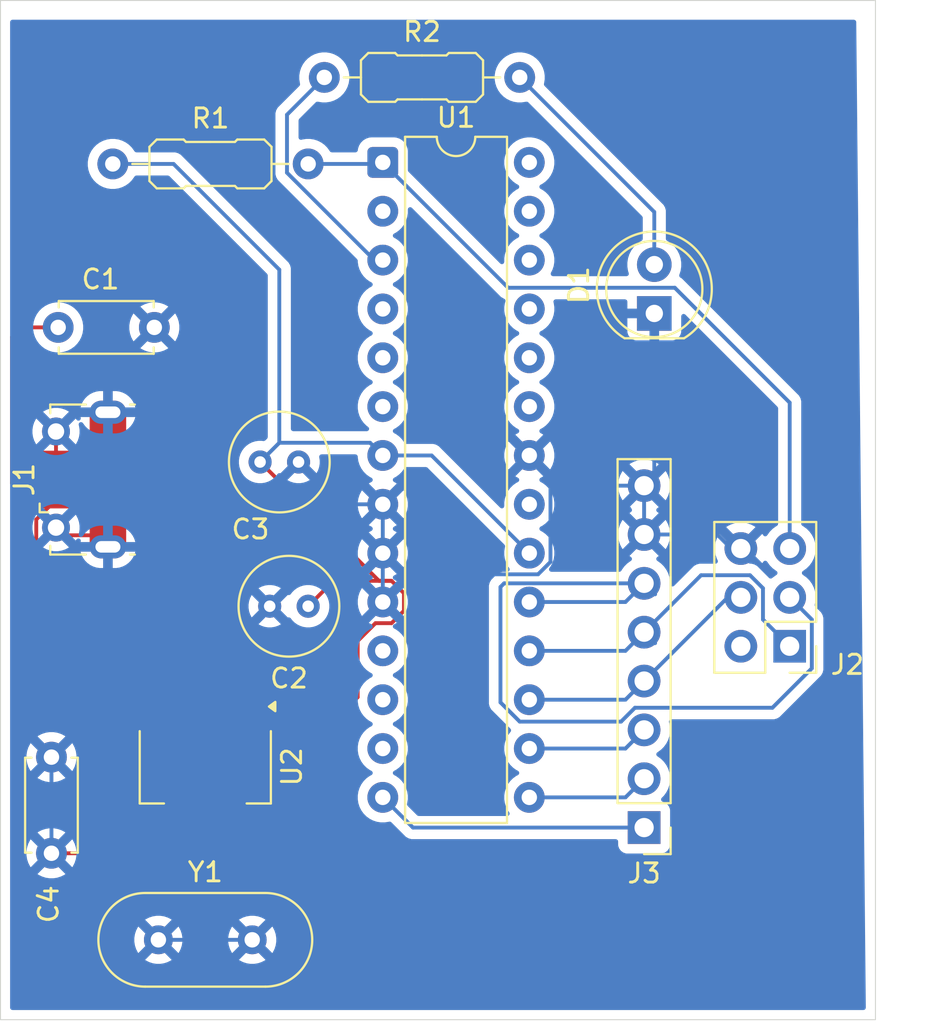
<source format=kicad_pcb>
(kicad_pcb (version 20241229) (generator "pcbnew") (generator_version "9.0")
  (layers (0 "F.Cu" signal) (2 "B.Cu" signal) (13 "F.Paste" user) (15 "B.Paste" user) (5 "F.SilkS" user "F.Silkscreen") (7 "B.SilkS" user "B.Silkscreen") (1 "F.Mask" user) (3 "B.Mask" user) (25 "Edge.Cuts" user))
  (net 0 "")
  (net 1 "GND")
  (net 2 "Net-(J1-VBUS)")
  (net 3 "+5C")
  (net 4 "Net-(D1-Pad2)")
  (net 8 "Net-(J2-Pin_5)")
  (net 9 "Net-(J2-Pin_3)")
  (net 10 "Net-(J2-Pin_4)")
  (net 11 "Net-(J2-Pin_1)")
  (net 12 "+5V")
  (net 13 "Net-(J3-Pin_3)")
  (net 14 "Net-(J3-Pin_1)")
  (net 15 "Net-(J3-Pin_2)")
  (net 16 "Net-(U1-PD1)")
  (footprint "LED_THT:LED_D5.0mm" (layer "F.Cu") (at 144 88.775 90)
    (property "Reference" "D1" (at 1.47 -3.92 90) (layer "F.SilkS"))
    (property "Value" "LED")
    (fp_line (start -1.29 -1.545) (end -1.29 1.545) (stroke (width 0.12)) (layer "F.SilkS"))
    (fp_arc (start -1.29 -1.54483) (mid 2.071779 -2.880495) (end 4.26 0) (stroke (width 0.12)) (layer "F.SilkS"))
    (fp_arc (start 4.26 0) (mid 2.071779 2.880495) (end -1.29 1.54483) (stroke (width 0.12)) (layer "F.SilkS"))
    (fp_circle (center 1.27 0) (end 3.77 0) (stroke (width 0.12)) (fill no) (layer "F.SilkS"))
    (pad "1" thru_hole rect (at 0 0 90) (size 1.8 1.8) (drill 0.9) (layers "*.Cu" "*.Mask") (net 1 "GND"))
    (pad "2" thru_hole circle (at 2.54 0 90) (size 1.8 1.8) (drill 0.9) (layers "*.Cu" "*.Mask") (net 4 "Net-(D1-Pad2)"))
  )
  (footprint "Package_TO_SOT_SMD:SOT-223-3_TabPin2" (layer "F.Cu") (at 120.651 112.347033 -90)
    (property "Reference" "U2" (at 0 -4.5 90) (layer "F.SilkS"))
    (property "Value" "AMS1117-5.0")
    (fp_line (start -1.85 3.41) (end 1.91 3.41) (stroke (width 0.12)) (layer "F.SilkS"))
    (fp_line (start 1.91 3.41) (end 1.91 2.15) (stroke (width 0.12)) (layer "F.SilkS"))
    (fp_line (start -1.85 -3.41) (end 1.91 -3.41) (stroke (width 0.12)) (layer "F.SilkS"))
    (fp_line (start 1.91 -3.41) (end 1.91 -2.15) (stroke (width 0.12)) (layer "F.SilkS"))
    (fp_poly (pts (xy -3.13 -3.31) (xy -3.37 -3.64) (xy -2.89 -3.64) (xy -3.13 -3.31)) (stroke (width 0.12)) (fill yes) (layer "F.SilkS"))
    (pad "1" smd roundrect (at -3.15 -2.3 270) (size 2 1.5) (layers "F.Cu" "F.Mask" "F.Paste") (net 1 "GND"))
    (pad "2" smd roundrect (at -3.15 0 270) (size 2 1.5) (layers "F.Cu" "F.Mask" "F.Paste") (net 3 "+5C"))
    (pad "2" smd roundrect (at 3.15 0 270) (size 2 3.8) (layers "F.Cu" "F.Mask" "F.Paste") (net 3 "+5C"))
    (pad "3" smd roundrect (at -3.15 2.3 270) (size 2 1.5) (layers "F.Cu" "F.Mask" "F.Paste") (net 2 "Net-(J1-VBUS)"))
  )
  (footprint "Package_DIP:DIP-28_W7.62mm" (layer "F.Cu") (at 129.88 80.92)
    (property "Reference" "U1" (at 3.81 -2.33 0) (layer "F.SilkS"))
    (property "Value" "ATmega328P-P")
    (fp_line (start 1.16 -1.33) (end 1.16 34.35) (stroke (width 0.12)) (layer "F.SilkS"))
    (fp_line (start 1.16 34.35) (end 6.46 34.35) (stroke (width 0.12)) (layer "F.SilkS"))
    (fp_line (start 2.81 -1.33) (end 1.16 -1.33) (stroke (width 0.12)) (layer "F.SilkS"))
    (fp_line (start 6.46 -1.33) (end 4.81 -1.33) (stroke (width 0.12)) (layer "F.SilkS"))
    (fp_line (start 6.46 34.35) (end 6.46 -1.33) (stroke (width 0.12)) (layer "F.SilkS"))
    (fp_arc (start 4.81 -1.33) (mid 3.81 -0.33) (end 2.81 -1.33) (stroke (width 0.12)) (layer "F.SilkS"))
    (pad "1" thru_hole roundrect (at 0 0) (size 1.6 1.6) (drill 0.8) (layers "*.Cu" "*.Mask") (roundrect_rratio 0.15625) (net 8 "Net-(J2-Pin_5)"))
    (pad "2" thru_hole circle (at 0 2.54) (size 1.6 1.6) (drill 0.8) (layers "*.Cu" "*.Mask"))
    (pad "3" thru_hole circle (at 0 5.08) (size 1.6 1.6) (drill 0.8) (layers "*.Cu" "*.Mask") (net 16 "Net-(U1-PD1)"))
    (pad "4" thru_hole circle (at 0 7.62) (size 1.6 1.6) (drill 0.8) (layers "*.Cu" "*.Mask"))
    (pad "5" thru_hole circle (at 0 10.16) (size 1.6 1.6) (drill 0.8) (layers "*.Cu" "*.Mask"))
    (pad "6" thru_hole circle (at 0 12.7) (size 1.6 1.6) (drill 0.8) (layers "*.Cu" "*.Mask"))
    (pad "7" thru_hole circle (at 0 15.24) (size 1.6 1.6) (drill 0.8) (layers "*.Cu" "*.Mask") (net 3 "+5C"))
    (pad "8" thru_hole circle (at 0 17.78) (size 1.6 1.6) (drill 0.8) (layers "*.Cu" "*.Mask") (net 1 "GND"))
    (pad "9" thru_hole circle (at 0 20.32) (size 1.6 1.6) (drill 0.8) (layers "*.Cu" "*.Mask") (net 1 "GND"))
    (pad "10" thru_hole circle (at 0 22.86) (size 1.6 1.6) (drill 0.8) (layers "*.Cu" "*.Mask") (net 1 "GND"))
    (pad "11" thru_hole circle (at 0 25.4) (size 1.6 1.6) (drill 0.8) (layers "*.Cu" "*.Mask"))
    (pad "12" thru_hole circle (at 0 27.94) (size 1.6 1.6) (drill 0.8) (layers "*.Cu" "*.Mask"))
    (pad "13" thru_hole circle (at 0 30.48) (size 1.6 1.6) (drill 0.8) (layers "*.Cu" "*.Mask"))
    (pad "14" thru_hole circle (at 0 33.02) (size 1.6 1.6) (drill 0.8) (layers "*.Cu" "*.Mask") (net 14 "Net-(J3-Pin_1)"))
    (pad "15" thru_hole circle (at 7.62 33.02) (size 1.6 1.6) (drill 0.8) (layers "*.Cu" "*.Mask") (net 15 "Net-(J3-Pin_2)"))
    (pad "16" thru_hole circle (at 7.62 30.48) (size 1.6 1.6) (drill 0.8) (layers "*.Cu" "*.Mask") (net 13 "Net-(J3-Pin_3)"))
    (pad "17" thru_hole circle (at 7.62 27.94) (size 1.6 1.6) (drill 0.8) (layers "*.Cu" "*.Mask") (net 10 "Net-(J2-Pin_4)"))
    (pad "18" thru_hole circle (at 7.62 25.4) (size 1.6 1.6) (drill 0.8) (layers "*.Cu" "*.Mask") (net 11 "Net-(J2-Pin_1)"))
    (pad "19" thru_hole circle (at 7.62 22.86) (size 1.6 1.6) (drill 0.8) (layers "*.Cu" "*.Mask") (net 9 "Net-(J2-Pin_3)"))
    (pad "20" thru_hole circle (at 7.62 20.32) (size 1.6 1.6) (drill 0.8) (layers "*.Cu" "*.Mask") (net 3 "+5C"))
    (pad "21" thru_hole circle (at 7.62 17.78) (size 1.6 1.6) (drill 0.8) (layers "*.Cu" "*.Mask"))
    (pad "22" thru_hole circle (at 7.62 15.24) (size 1.6 1.6) (drill 0.8) (layers "*.Cu" "*.Mask") (net 1 "GND"))
    (pad "23" thru_hole circle (at 7.62 12.7) (size 1.6 1.6) (drill 0.8) (layers "*.Cu" "*.Mask"))
    (pad "24" thru_hole circle (at 7.62 10.16) (size 1.6 1.6) (drill 0.8) (layers "*.Cu" "*.Mask"))
    (pad "25" thru_hole circle (at 7.62 7.62) (size 1.6 1.6) (drill 0.8) (layers "*.Cu" "*.Mask"))
    (pad "26" thru_hole circle (at 7.62 5.08) (size 1.6 1.6) (drill 0.8) (layers "*.Cu" "*.Mask"))
    (pad "27" thru_hole circle (at 7.62 2.54) (size 1.6 1.6) (drill 0.8) (layers "*.Cu" "*.Mask"))
    (pad "28" thru_hole circle (at 7.62 0) (size 1.6 1.6) (drill 0.8) (layers "*.Cu" "*.Mask"))
  )
  (footprint "Capacitor_THT:C_Radial_D5.0mm_H7.0mm_P2.00mm" (layer "F.Cu") (at 125.5 96.5 180)
    (property "Reference" "C3" (at 2.5 -3.5 0) (layer "F.SilkS"))
    (property "Value" "C")
    (fp_circle (center 1 0) (end 3.62 0) (stroke (width 0.12)) (fill no) (layer "F.SilkS"))
    (pad "1" thru_hole circle (at 0 0 180) (size 1.2 1.2) (drill 0.6) (layers "*.Cu" "*.Mask") (net 1 "GND"))
    (pad "2" thru_hole circle (at 2 0 180) (size 1.2 1.2) (drill 0.6) (layers "*.Cu" "*.Mask") (net 3 "+5C"))
  )
  (footprint "Capacitor_THT:C_Disc_D4.7mm_W2.5mm_P5.00mm" (layer "F.Cu") (at 112.651 116.847033 90)
    (property "Reference" "C4" (at -2.652967 -0.151 90) (layer "F.SilkS"))
    (property "Value" "C5")
    (fp_line (start 4.97 -1.37) (end 4.97 -1.04) (stroke (width 0.12)) (layer "F.SilkS"))
    (fp_line (start 0.03 -1.37) (end 4.97 -1.37) (stroke (width 0.12)) (layer "F.SilkS"))
    (fp_line (start 0.03 -1.04) (end 0.03 -1.37) (stroke (width 0.12)) (layer "F.SilkS"))
    (fp_line (start 4.97 1.04) (end 4.97 1.37) (stroke (width 0.12)) (layer "F.SilkS"))
    (fp_line (start 4.97 1.37) (end 0.03 1.37) (stroke (width 0.12)) (layer "F.SilkS"))
    (fp_line (start 0.03 1.37) (end 0.03 1.04) (stroke (width 0.12)) (layer "F.SilkS"))
    (pad "1" thru_hole circle (at 0 0 90) (size 1.6 1.6) (drill 0.8) (layers "*.Cu" "*.Mask") (net 1 "GND"))
    (pad "2" thru_hole circle (at 5 0 90) (size 1.6 1.6) (drill 0.8) (layers "*.Cu" "*.Mask") (net 1 "GND"))
  )
  (footprint "Connector_PinHeader_2.54mm:PinHeader_2x03_P2.54mm_Vertical" (layer "F.Cu") (at 151.04 106.08 180)
    (property "Reference" "J2" (at -3 -0.96 0) (layer "F.SilkS"))
    (property "Value" "Conn_02x03_Odd_Even")
    (fp_line (start 3.92 -1.38) (end 3.92 6.46) (stroke (width 0.12)) (layer "F.SilkS"))
    (fp_line (start 1.27 1.27) (end 1.27 -1.38) (stroke (width 0.12)) (layer "F.SilkS"))
    (fp_line (start 1.27 -1.38) (end 3.92 -1.38) (stroke (width 0.12)) (layer "F.SilkS"))
    (fp_line (start -1.38 6.46) (end 3.92 6.46) (stroke (width 0.12)) (layer "F.SilkS"))
    (fp_line (start -1.38 1.27) (end 1.27 1.27) (stroke (width 0.12)) (layer "F.SilkS"))
    (fp_line (start -1.38 1.27) (end -1.38 6.46) (stroke (width 0.12)) (layer "F.SilkS"))
    (fp_line (start -1.38 0) (end -1.38 -1.38) (stroke (width 0.12)) (layer "F.SilkS"))
    (fp_line (start -1.38 -1.38) (end 0 -1.38) (stroke (width 0.12)) (layer "F.SilkS"))
    (pad "1" thru_hole rect (at 0 0 180) (size 1.7 1.7) (drill 1) (layers "*.Cu" "*.Mask") (net 11 "Net-(J2-Pin_1)"))
    (pad "2" thru_hole circle (at 2.54 0 180) (size 1.7 1.7) (drill 1) (layers "*.Cu" "*.Mask") (net 12 "+5V"))
    (pad "3" thru_hole circle (at 0 2.54 180) (size 1.7 1.7) (drill 1) (layers "*.Cu" "*.Mask") (net 9 "Net-(J2-Pin_3)"))
    (pad "4" thru_hole circle (at 2.54 2.54 180) (size 1.7 1.7) (drill 1) (layers "*.Cu" "*.Mask") (net 10 "Net-(J2-Pin_4)"))
    (pad "5" thru_hole circle (at 0 5.08 180) (size 1.7 1.7) (drill 1) (layers "*.Cu" "*.Mask") (net 8 "Net-(J2-Pin_5)"))
    (pad "6" thru_hole circle (at 2.54 5.08 180) (size 1.7 1.7) (drill 1) (layers "*.Cu" "*.Mask") (net 1 "GND"))
  )
  (footprint "PCM_Resistor_THT_AKL:R_Axial_DIN0207_L6.3mm_D2.5mm_P10.16mm_Horizontal" (layer "F.Cu") (at 126.84 76.5)
    (property "Reference" "R2" (at 5.08 -2.37 0) (layer "F.SilkS"))
    (property "Value" "R" (hide yes))
    (fp_line (start 1.905 -0.889) (end 1.905 0.889) (stroke (width 0.12)) (layer "F.SilkS"))
    (fp_line (start 1.905 -0.889) (end 2.286 -1.27) (stroke (width 0.12)) (layer "F.SilkS"))
    (fp_line (start 1.905 0) (end 1.016 0) (stroke (width 0.12)) (layer "F.SilkS"))
    (fp_line (start 1.905 0.889) (end 2.286 1.27) (stroke (width 0.12)) (layer "F.SilkS"))
    (fp_line (start 2.286 -1.27) (end 3.683 -1.27) (stroke (width 0.12)) (layer "F.SilkS"))
    (fp_line (start 2.286 1.27) (end 3.683 1.27) (stroke (width 0.12)) (layer "F.SilkS"))
    (fp_line (start 3.683 -1.27) (end 3.81 -1.143) (stroke (width 0.12)) (layer "F.SilkS"))
    (fp_line (start 3.683 1.27) (end 3.81 1.143) (stroke (width 0.12)) (layer "F.SilkS"))
    (fp_line (start 3.81 -1.143) (end 5.08 -1.143) (stroke (width 0.12)) (layer "F.SilkS"))
    (fp_line (start 3.81 1.143) (end 5.08 1.143) (stroke (width 0.12)) (layer "F.SilkS"))
    (fp_line (start 6.35 -1.143) (end 5.08 -1.143) (stroke (width 0.12)) (layer "F.SilkS"))
    (fp_line (start 6.35 1.143) (end 5.08 1.143) (stroke (width 0.12)) (layer "F.SilkS"))
    (fp_line (start 6.477 -1.27) (end 6.35 -1.143) (stroke (width 0.12)) (layer "F.SilkS"))
    (fp_line (start 6.477 1.27) (end 6.35 1.143) (stroke (width 0.12)) (layer "F.SilkS"))
    (fp_line (start 7.874 -1.27) (end 6.477 -1.27) (stroke (width 0.12)) (layer "F.SilkS"))
    (fp_line (start 7.874 1.27) (end 6.477 1.27) (stroke (width 0.12)) (layer "F.SilkS"))
    (fp_line (start 8.255 -0.889) (end 7.874 -1.27) (stroke (width 0.12)) (layer "F.SilkS"))
    (fp_line (start 8.255 -0.889) (end 8.255 0.889) (stroke (width 0.12)) (layer "F.SilkS"))
    (fp_line (start 8.255 0) (end 9.144 0) (stroke (width 0.12)) (layer "F.SilkS"))
    (fp_line (start 8.255 0.889) (end 7.874 1.27) (stroke (width 0.12)) (layer "F.SilkS"))
    (pad "1" thru_hole circle (at 0 0) (size 1.6 1.6) (drill 0.8) (layers "*.Cu" "*.Mask") (net 16 "Net-(U1-PD1)"))
    (pad "2" thru_hole oval (at 10.16 0) (size 1.6 1.6) (drill 0.8) (layers "*.Cu" "*.Mask") (net 4 "Net-(D1-Pad2)"))
  )
  (footprint "Crystal:Crystal_HC49-U_Vertical" (layer "F.Cu") (at 118.211 121.347033)
    (property "Reference" "Y1" (at 2.44 -3.52 0) (layer "F.SilkS"))
    (property "Value" "Crystal")
    (fp_line (start -0.685 -2.435) (end 5.565 -2.435) (stroke (width 0.12)) (layer "F.SilkS"))
    (fp_line (start 5.565 2.435) (end -0.685 2.435) (stroke (width 0.12)) (layer "F.SilkS"))
    (fp_arc (start -0.685 2.435) (mid -3.12 0) (end -0.685 -2.435) (stroke (width 0.12)) (layer "F.SilkS"))
    (fp_arc (start 5.565 -2.435) (mid 8 0) (end 5.565 2.435) (stroke (width 0.12)) (layer "F.SilkS"))
    (pad "1" thru_hole circle (at 0 0) (size 1.5 1.5) (drill 0.8) (layers "*.Cu" "*.Mask") (net 1 "GND"))
    (pad "2" thru_hole circle (at 4.88 0) (size 1.5 1.5) (drill 0.8) (layers "*.Cu" "*.Mask") (net 1 "GND"))
  )
  (footprint "PCM_Resistor_THT_AKL:R_Axial_DIN0207_L6.3mm_D2.5mm_P10.16mm_Horizontal" (layer "F.Cu") (at 115.84 81)
    (property "Reference" "R1" (at 5.08 -2.37 0) (layer "F.SilkS"))
    (property "Value" "R" (hide yes))
    (fp_line (start 1.905 -0.889) (end 1.905 0.889) (stroke (width 0.12)) (layer "F.SilkS"))
    (fp_line (start 1.905 -0.889) (end 2.286 -1.27) (stroke (width 0.12)) (layer "F.SilkS"))
    (fp_line (start 1.905 0) (end 1.016 0) (stroke (width 0.12)) (layer "F.SilkS"))
    (fp_line (start 1.905 0.889) (end 2.286 1.27) (stroke (width 0.12)) (layer "F.SilkS"))
    (fp_line (start 2.286 -1.27) (end 3.683 -1.27) (stroke (width 0.12)) (layer "F.SilkS"))
    (fp_line (start 2.286 1.27) (end 3.683 1.27) (stroke (width 0.12)) (layer "F.SilkS"))
    (fp_line (start 3.683 -1.27) (end 3.81 -1.143) (stroke (width 0.12)) (layer "F.SilkS"))
    (fp_line (start 3.683 1.27) (end 3.81 1.143) (stroke (width 0.12)) (layer "F.SilkS"))
    (fp_line (start 3.81 -1.143) (end 5.08 -1.143) (stroke (width 0.12)) (layer "F.SilkS"))
    (fp_line (start 3.81 1.143) (end 5.08 1.143) (stroke (width 0.12)) (layer "F.SilkS"))
    (fp_line (start 6.35 -1.143) (end 5.08 -1.143) (stroke (width 0.12)) (layer "F.SilkS"))
    (fp_line (start 6.35 1.143) (end 5.08 1.143) (stroke (width 0.12)) (layer "F.SilkS"))
    (fp_line (start 6.477 -1.27) (end 6.35 -1.143) (stroke (width 0.12)) (layer "F.SilkS"))
    (fp_line (start 6.477 1.27) (end 6.35 1.143) (stroke (width 0.12)) (layer "F.SilkS"))
    (fp_line (start 7.874 -1.27) (end 6.477 -1.27) (stroke (width 0.12)) (layer "F.SilkS"))
    (fp_line (start 7.874 1.27) (end 6.477 1.27) (stroke (width 0.12)) (layer "F.SilkS"))
    (fp_line (start 8.255 -0.889) (end 7.874 -1.27) (stroke (width 0.12)) (layer "F.SilkS"))
    (fp_line (start 8.255 -0.889) (end 8.255 0.889) (stroke (width 0.12)) (layer "F.SilkS"))
    (fp_line (start 8.255 0) (end 9.144 0) (stroke (width 0.12)) (layer "F.SilkS"))
    (fp_line (start 8.255 0.889) (end 7.874 1.27) (stroke (width 0.12)) (layer "F.SilkS"))
    (pad "1" thru_hole circle (at 0 0) (size 1.6 1.6) (drill 0.8) (layers "*.Cu" "*.Mask") (net 3 "+5C"))
    (pad "2" thru_hole oval (at 10.16 0) (size 1.6 1.6) (drill 0.8) (layers "*.Cu" "*.Mask") (net 8 "Net-(J2-Pin_5)"))
  )
  (footprint "Connector_PinHeader_2.54mm:PinHeader_1x08_P2.54mm_Vertical" (layer "F.Cu") (at 143.47 115.51 180)
    (property "Reference" "J3" (at 0 -2.38 0) (layer "F.SilkS"))
    (property "Value" "Conn_01x08")
    (fp_line (start 1.38 1.27) (end 1.38 19.16) (stroke (width 0.12)) (layer "F.SilkS"))
    (fp_line (start -1.38 19.16) (end 1.38 19.16) (stroke (width 0.12)) (layer "F.SilkS"))
    (fp_line (start -1.38 1.27) (end 1.38 1.27) (stroke (width 0.12)) (layer "F.SilkS"))
    (fp_line (start -1.38 1.27) (end -1.38 19.16) (stroke (width 0.12)) (layer "F.SilkS"))
    (fp_line (start -1.38 0) (end -1.38 -1.38) (stroke (width 0.12)) (layer "F.SilkS"))
    (fp_line (start -1.38 -1.38) (end 0 -1.38) (stroke (width 0.12)) (layer "F.SilkS"))
    (pad "1" thru_hole rect (at 0 0 180) (size 1.7 1.7) (drill 1) (layers "*.Cu" "*.Mask") (net 14 "Net-(J3-Pin_1)"))
    (pad "2" thru_hole circle (at 0 2.54 180) (size 1.7 1.7) (drill 1) (layers "*.Cu" "*.Mask") (net 15 "Net-(J3-Pin_2)"))
    (pad "3" thru_hole circle (at 0 5.08 180) (size 1.7 1.7) (drill 1) (layers "*.Cu" "*.Mask") (net 13 "Net-(J3-Pin_3)"))
    (pad "4" thru_hole circle (at 0 7.62 180) (size 1.7 1.7) (drill 1) (layers "*.Cu" "*.Mask") (net 10 "Net-(J2-Pin_4)"))
    (pad "5" thru_hole circle (at 0 10.16 180) (size 1.7 1.7) (drill 1) (layers "*.Cu" "*.Mask") (net 11 "Net-(J2-Pin_1)"))
    (pad "6" thru_hole circle (at 0 12.7 180) (size 1.7 1.7) (drill 1) (layers "*.Cu" "*.Mask") (net 9 "Net-(J2-Pin_3)"))
    (pad "7" thru_hole circle (at 0 15.24 180) (size 1.7 1.7) (drill 1) (layers "*.Cu" "*.Mask") (net 1 "GND"))
    (pad "8" thru_hole circle (at 0 17.78 180) (size 1.7 1.7) (drill 1) (layers "*.Cu" "*.Mask") (net 1 "GND"))
  )
  (footprint "Capacitor_THT:C_Disc_D4.7mm_W2.5mm_P5.00mm" (layer "F.Cu") (at 113 89.5)
    (property "Reference" "C1" (at 2.2 -2.5 0) (layer "F.SilkS"))
    (property "Value" "C_Small")
    (fp_line (start 0.03 -1.37) (end 4.97 -1.37) (stroke (width 0.12)) (layer "F.SilkS"))
    (fp_line (start 0.03 -1.04) (end 0.03 -1.37) (stroke (width 0.12)) (layer "F.SilkS"))
    (fp_line (start 0.03 1.37) (end 0.03 1.04) (stroke (width 0.12)) (layer "F.SilkS"))
    (fp_line (start 4.97 -1.37) (end 4.97 -1.04) (stroke (width 0.12)) (layer "F.SilkS"))
    (fp_line (start 4.97 1.04) (end 4.97 1.37) (stroke (width 0.12)) (layer "F.SilkS"))
    (fp_line (start 4.97 1.37) (end 0.03 1.37) (stroke (width 0.12)) (layer "F.SilkS"))
    (pad "1" thru_hole circle (at 0 0) (size 1.6 1.6) (drill 0.8) (layers "*.Cu" "*.Mask") (net 2 "Net-(J1-VBUS)"))
    (pad "2" thru_hole circle (at 5 0) (size 1.6 1.6) (drill 0.8) (layers "*.Cu" "*.Mask") (net 1 "GND"))
  )
  (footprint "Capacitor_THT:C_Radial_D5.0mm_H7.0mm_P2.00mm" (layer "F.Cu") (at 126 104 180)
    (property "Reference" "C2" (at 1 -3.75 0) (layer "F.SilkS"))
    (property "Value" "C")
    (fp_circle (center 1 0) (end 3.62 0) (stroke (width 0.12)) (fill no) (layer "F.SilkS"))
    (pad "1" thru_hole circle (at 0 0 180) (size 1.2 1.2) (drill 0.6) (layers "*.Cu" "*.Mask") (net 3 "+5C"))
    (pad "2" thru_hole circle (at 2 0 180) (size 1.2 1.2) (drill 0.6) (layers "*.Cu" "*.Mask") (net 1 "GND"))
  )
  (footprint "Connector_USB:USB_Micro-B_Molex-105017-0001" (layer "F.Cu") (at 114.35 97.4125 90)
    (property "Reference" "J1" (at 0 -3.1125 90) (layer "F.SilkS"))
    (property "Value" "USB_B_Micro")
    (fp_line (start -1.7 -2.3125) (end -1.25 -2.3125) (stroke (width 0.12)) (layer "F.SilkS"))
    (fp_line (start -1.7 -2.3125) (end -1.7 -1.8625) (stroke (width 0.12)) (layer "F.SilkS"))
    (fp_line (start 3.9 -1.7625) (end 3.45 -1.7625) (stroke (width 0.12)) (layer "F.SilkS"))
    (fp_line (start -3.9 -1.7625) (end -3.45 -1.7625) (stroke (width 0.12)) (layer "F.SilkS"))
    (fp_line (start 3.9 0.0875) (end 3.9 -1.7625) (stroke (width 0.12)) (layer "F.SilkS"))
    (fp_line (start -3.9 0.0875) (end -3.9 -1.7625) (stroke (width 0.12)) (layer "F.SilkS"))
    (fp_line (start 3.9 2.6375) (end 3.9 2.3875) (stroke (width 0.12)) (layer "F.SilkS"))
    (fp_line (start -3.9 2.6375) (end -3.9 2.3875) (stroke (width 0.12)) (layer "F.SilkS"))
    (pad "1" smd rect (at -1.3 -1.4625 90) (size 0.4 1.35) (layers "F.Cu" "F.Mask" "F.Paste") (net 2 "Net-(J1-VBUS)"))
    (pad "2" smd rect (at -0.65 -1.4625 90) (size 0.4 1.35) (layers "F.Cu" "F.Mask" "F.Paste"))
    (pad "3" smd rect (at 0 -1.4625 90) (size 0.4 1.35) (layers "F.Cu" "F.Mask" "F.Paste"))
    (pad "4" smd rect (at 0.65 -1.4625 90) (size 0.4 1.35) (layers "F.Cu" "F.Mask" "F.Paste"))
    (pad "5" smd rect (at 1.3 -1.4625 90) (size 0.4 1.35) (layers "F.Cu" "F.Mask" "F.Paste") (net 1 "GND"))
    (pad "6" thru_hole oval (at -3.5 1.2375 270) (size 1.2 1.9) (drill oval 0.6 1.3) (property pad_prop_heatsink) (layers "*.Cu" "*.Mask") (net 1 "GND"))
    (pad "6" smd rect (at -2.9 1.2375 90) (size 1.2 1.9) (layers "F.Cu" "F.Mask") (net 1 "GND"))
    (pad "6" thru_hole circle (at -2.5 -1.4625 90) (size 1.45 1.45) (drill 0.85) (property pad_prop_heatsink) (layers "*.Cu" "*.Mask") (net 1 "GND"))
    (pad "6" smd rect (at -1 1.2375 90) (size 1.5 1.9) (layers "F.Cu" "F.Mask" "F.Paste") (net 1 "GND"))
    (pad "6" smd rect (at 1 1.2375 90) (size 1.5 1.9) (layers "F.Cu" "F.Mask" "F.Paste") (net 1 "GND"))
    (pad "6" thru_hole circle (at 2.5 -1.4625 90) (size 1.45 1.45) (drill 0.85) (property pad_prop_heatsink) (layers "*.Cu" "*.Mask") (net 1 "GND"))
    (pad "6" smd rect (at 2.9 1.2375 90) (size 1.2 1.9) (layers "F.Cu" "F.Mask") (net 1 "GND"))
    (pad "6" thru_hole oval (at 3.5 1.2375 90) (size 1.2 1.9) (drill oval 0.6 1.3) (property pad_prop_heatsink) (layers "*.Cu" "*.Mask") (net 1 "GND"))
  )
  (gr_rect (start 110 72.5) (end 155.5 125.5) (stroke (width 0.05)) (fill no) (layer "Edge.Cuts"))
  (segment (start 119.5 108.392025) (end 119.5 113.607975) (width 0.2) (layer "F.Cu") (net 1))
  (segment (start 127.461 109.197033) (end 127.461 106.199) (width 0.2) (layer "F.Cu") (net 1))
  (segment (start 115.5875 96.4125) (end 115.5875 93.9125) (width 0.2) (layer "F.Cu") (net 1))
  (segment (start 119.5 113.607975) (end 118.45 114.657975) (width 0.2) (layer "F.Cu") (net 1))
  (segment (start 115.2875 96.1125) (end 115.5875 96.4125) (width 0.2) (layer "F.Cu") (net 1))
  (segment (start 126.199 106.199) (end 124 104) (width 0.2) (layer "F.Cu") (net 1))
  (segment (start 122.951 109.197033) (end 127.461 109.197033) (width 0.2) (layer "F.Cu") (net 1))
  (segment (start 127.461 106.199) (end 126.199 106.199) (width 0.2) (layer "F.Cu") (net 1))
  (segment (start 119.5 108.392025) (end 115.5875 104.479525) (width 0.2) (layer "F.Cu") (net 1))
  (segment (start 112.8875 96.1125) (end 115.2875 96.1125) (width 0.2) (layer "F.Cu") (net 1))
  (segment (start 121.65 107.896033) (end 119.995992 107.896033) (width 0.2) (layer "F.Cu") (net 1))
  (segment (start 119.995992 107.896033) (end 119.5 108.392025) (width 0.2) (layer "F.Cu") (net 1))
  (segment (start 112.8875 96.1125) (end 112.8875 94.9125) (width 0.2) (layer "F.Cu") (net 1))
  (segment (start 118.45 114.657975) (end 118.45 116.706033) (width 0.2) (layer "F.Cu") (net 1))
  (segment (start 118.45 116.706033) (end 123.091 121.347033) (width 0.2) (layer "F.Cu") (net 1))
  (segment (start 115.5875 100.3125) (end 113.2875 100.3125) (width 0.2) (layer "F.Cu") (net 1))
  (segment (start 122.951 109.197033) (end 121.65 107.896033) (width 0.2) (layer "F.Cu") (net 1))
  (segment (start 113.2875 100.3125) (end 112.8875 99.9125) (width 0.2) (layer "F.Cu") (net 1))
  (segment (start 115.5875 98.4125) (end 115.5875 96.4125) (width 0.2) (layer "F.Cu") (net 1))
  (segment (start 118.45 116.706033) (end 118.309 116.847033) (width 0.2) (layer "F.Cu") (net 1))
  (segment (start 118.309 116.847033) (end 112.651 116.847033) (width 0.2) (layer "F.Cu") (net 1))
  (segment (start 115.5875 104.479525) (end 115.5875 100.9125) (width 0.2) (layer "F.Cu") (net 1))
  (segment (start 127.461 106.199) (end 129.88 103.78) (width 0.2) (layer "F.Cu") (net 1))
  (segment (start 115.5875 98.4125) (end 115.5875 100.9125) (width 0.2) (layer "F.Cu") (net 1))
  (segment (start 115.5875 91.9125) (end 118 89.5) (width 0.2) (layer "B.Cu") (net 1))
  (segment (start 148.5 101) (end 148 101) (width 0.2) (layer "B.Cu") (net 1))
  (segment (start 143.47 100.27) (end 143.47 97.73) (width 0.2) (layer "B.Cu") (net 1))
  (segment (start 137.5 96.16) (end 138.601 97.261) (width 0.2) (layer "B.Cu") (net 1))
  (segment (start 115.5875 93.9125) (end 115.5875 91.9125) (width 0.2) (layer "B.Cu") (net 1))
  (segment (start 129.88 101.24) (end 129.88 98.7) (width 0.2) (layer "B.Cu") (net 1))
  (segment (start 125.5 96.5) (end 127.7 98.7) (width 0.2) (layer "B.Cu") (net 1))
  (segment (start 148 101) (end 147.27 100.27) (width 0.2) (layer "B.Cu") (net 1))
  (segment (start 118.211 121.347033) (end 123.091 121.347033) (width 0.2) (layer "B.Cu") (net 1))
  (segment (start 138.601 97.261) (end 138.601 101.69605) (width 0.2) (layer "B.Cu") (net 1))
  (segment (start 127.7 98.7) (end 129.88 98.7) (width 0.2) (layer "B.Cu") (net 1))
  (segment (start 129.88 103.78) (end 129.88 101.24) (width 0.2) (layer "B.Cu") (net 1))
  (segment (start 133.521 102.341) (end 129.88 98.7) (width 0.2) (layer "B.Cu") (net 1))
  (segment (start 112.651 116.847033) (end 112.651 111.847033) (width 0.2) (layer "B.Cu") (net 1))
  (segment (start 144 88.775) (end 144 97.2) (width 0.2) (layer "B.Cu") (net 1))
  (segment (start 147.27 100.27) (end 143.47 100.27) (width 0.2) (layer "B.Cu") (net 1))
  (segment (start 139.07 97.73) (end 143.47 97.73) (width 0.2) (layer "B.Cu") (net 1))
  (segment (start 144 97.2) (end 143.47 97.73) (width 0.2) (layer "B.Cu") (net 1))
  (segment (start 138.601 101.69605) (end 137.95605 102.341) (width 0.2) (layer "B.Cu") (net 1))
  (segment (start 138.601 97.261) (end 139.07 97.73) (width 0.2) (layer "B.Cu") (net 1))
  (segment (start 137.95605 102.341) (end 133.521 102.341) (width 0.2) (layer "B.Cu") (net 1))
  (segment (start 111.101 89.5) (end 113 89.5) (width 0.2) (layer "F.Cu") (net 2))
  (segment (start 111.8615 103.335517) (end 111.8615 99.487516) (width 0.2) (layer "F.Cu") (net 2))
  (segment (start 112.8875 98.7125) (end 111.7125 98.7125) (width 0.2) (layer "F.Cu") (net 2))
  (segment (start 111.7125 98.7125) (end 110.601 97.601) (width 0.2) (layer "F.Cu") (net 2))
  (segment (start 112.636516 98.7125) (end 112.8875 98.7125) (width 0.2) (layer "F.Cu") (net 2))
  (segment (start 110.601 90) (end 111.101 89.5) (width 0.2) (layer "F.Cu") (net 2))
  (segment (start 111.8615 99.487516) (end 112.636516 98.7125) (width 0.2) (layer "F.Cu") (net 2))
  (segment (start 111.0125 104.184517) (end 111.8615 103.335517) (width 0.2) (layer "F.Cu") (net 2))
  (segment (start 118.351 109.197033) (end 116.025016 109.197033) (width 0.2) (layer "F.Cu") (net 2))
  (segment (start 116.025016 109.197033) (end 111.0125 104.184517) (width 0.2) (layer "F.Cu") (net 2))
  (segment (start 110.601 97.601) (end 110.601 90) (width 0.2) (layer "F.Cu") (net 2))
  (segment (start 129.5 104.881) (end 130.33605 104.881) (width 0.2) (layer "F.Cu") (net 3))
  (segment (start 130.981 103.32395) (end 130.33605 102.679) (width 0.2) (layer "F.Cu") (net 3))
  (segment (start 127.321 102.679) (end 126 104) (width 0.2) (layer "F.Cu") (net 3))
  (segment (start 130.33605 104.881) (end 130.981 104.23605) (width 0.2) (layer "F.Cu") (net 3))
  (segment (start 128.57495 108.728033) (end 128.57495 105.80605) (width 0.2) (layer "F.Cu") (net 3))
  (segment (start 130.33605 102.679) (end 129.679 102.679) (width 0.2) (layer "F.Cu") (net 3))
  (segment (start 129.679 102.679) (end 123.5 96.5) (width 0.2) (layer "F.Cu") (net 3))
  (segment (start 126.80495 110.498033) (end 128.57495 108.728033) (width 0.2) (layer "F.Cu") (net 3))
  (segment (start 130.33605 102.679) (end 127.321 102.679) (width 0.2) (layer "F.Cu") (net 3))
  (segment (start 128.57495 105.80605) (end 129.5 104.881) (width 0.2) (layer "F.Cu") (net 3))
  (segment (start 120.651 109.197033) (end 121.952 110.498033) (width 0.2) (layer "F.Cu") (net 3))
  (segment (start 121.952 110.498033) (end 126.80495 110.498033) (width 0.2) (layer "F.Cu") (net 3))
  (segment (start 130.981 104.23605) (end 130.981 103.32395) (width 0.2) (layer "F.Cu") (net 3))
  (segment (start 120.651 109.197033) (end 120.651 115.497033) (width 0.2) (layer "F.Cu") (net 3))
  (segment (start 119 81) (end 115.84 81) (width 0.2) (layer "B.Cu") (net 3))
  (segment (start 124.5 86.5) (end 124.5 95.5) (width 0.2) (layer "B.Cu") (net 3))
  (segment (start 129.22 95.5) (end 129.88 96.16) (width 0.2) (layer "B.Cu") (net 3))
  (segment (start 123.5 96.5) (end 124.5 95.5) (width 0.2) (layer "B.Cu") (net 3))
  (segment (start 119 81) (end 124.5 86.5) (width 0.2) (layer "B.Cu") (net 3))
  (segment (start 124.5 95.5) (end 129.22 95.5) (width 0.2) (layer "B.Cu") (net 3))
  (segment (start 132.42 96.16) (end 137.5 101.24) (width 0.2) (layer "B.Cu") (net 3))
  (segment (start 129.88 96.16) (end 132.42 96.16) (width 0.2) (layer "B.Cu") (net 3))
  (segment (start 144 83.5) (end 144 86.235) (width 0.2) (layer "B.Cu") (net 4))
  (segment (start 137 76.5) (end 144 83.5) (width 0.2) (layer "B.Cu") (net 4))
  (segment (start 136.399 87.439) (end 129.88 80.92) (width 0.2) (layer "B.Cu") (net 8))
  (segment (start 126 81) (end 129.8 81) (width 0.2) (layer "B.Cu") (net 8))
  (segment (start 151.04 93.413) (end 145.066 87.439) (width 0.2) (layer "B.Cu") (net 8))
  (segment (start 145.066 87.439) (end 136.399 87.439) (width 0.2) (layer "B.Cu") (net 8))
  (segment (start 129.8 81) (end 129.88 80.92) (width 0.2) (layer "B.Cu") (net 8))
  (segment (start 151.04 101) (end 151.04 93.413) (width 0.2) (layer "B.Cu") (net 8))
  (segment (start 142.99324 109.279) (end 150.143 109.279) (width 0.2) (layer "B.Cu") (net 9))
  (segment (start 142.5 103.78) (end 143.47 102.81) (width 0.2) (layer "B.Cu") (net 9))
  (segment (start 136.19 102.81) (end 136 103) (width 0.2) (layer "B.Cu") (net 9))
  (segment (start 136 103) (end 136 109) (width 0.2) (layer "B.Cu") (net 9))
  (segment (start 142.27224 110) (end 142.99324 109.279) (width 0.2) (layer "B.Cu") (net 9))
  (segment (start 143.47 102.81) (end 144.041 103.381) (width 0.2) (layer "B.Cu") (net 9))
  (segment (start 143.47 102.81) (end 136.19 102.81) (width 0.2) (layer "B.Cu") (net 9))
  (segment (start 136 109) (end 137 110) (width 0.2) (layer "B.Cu") (net 9))
  (segment (start 137.5 103.78) (end 142.5 103.78) (width 0.2) (layer "B.Cu") (net 9))
  (segment (start 152.191 107.231) (end 152.191 104.691) (width 0.2) (layer "B.Cu") (net 9))
  (segment (start 152.191 104.691) (end 151.04 103.54) (width 0.2) (layer "B.Cu") (net 9))
  (segment (start 137 110) (end 142.27224 110) (width 0.2) (layer "B.Cu") (net 9))
  (segment (start 150.143 109.279) (end 152.191 107.231) (width 0.2) (layer "B.Cu") (net 9))
  (segment (start 147.82 103.54) (end 148.5 103.54) (width 0.2) (layer "B.Cu") (net 10))
  (segment (start 137.5 108.86) (end 142.5 108.86) (width 0.2) (layer "B.Cu") (net 10))
  (segment (start 142.5 108.86) (end 143.47 107.89) (width 0.2) (layer "B.Cu") (net 10))
  (segment (start 143.47 107.89) (end 147.82 103.54) (width 0.2) (layer "B.Cu") (net 10))
  (segment (start 151.04 106.08) (end 149.651 104.691) (width 0.2) (layer "B.Cu") (net 11))
  (segment (start 137.5 106.32) (end 142.5 106.32) (width 0.2) (layer "B.Cu") (net 11))
  (segment (start 142.5 106.32) (end 143.47 105.35) (width 0.2) (layer "B.Cu") (net 11))
  (segment (start 149.651 103.06324) (end 148.97676 102.389) (width 0.2) (layer "B.Cu") (net 11))
  (segment (start 149.651 104.691) (end 149.651 103.06324) (width 0.2) (layer "B.Cu") (net 11))
  (segment (start 148.97676 102.389) (end 146.431 102.389) (width 0.2) (layer "B.Cu") (net 11))
  (segment (start 146.431 102.389) (end 143.47 105.35) (width 0.2) (layer "B.Cu") (net 11))
  (segment (start 143.47 105.35) (end 144.041 105.921) (width 0.2) (layer "B.Cu") (net 11))
  (segment (start 142.5 111.4) (end 143.47 110.43) (width 0.2) (layer "B.Cu") (net 13))
  (segment (start 137.5 111.4) (end 142.5 111.4) (width 0.2) (layer "B.Cu") (net 13))
  (segment (start 131.45 115.51) (end 143.47 115.51) (width 0.2) (layer "B.Cu") (net 14))
  (segment (start 129.88 113.94) (end 131.45 115.51) (width 0.2) (layer "B.Cu") (net 14))
  (segment (start 137.5 113.94) (end 142.5 113.94) (width 0.2) (layer "B.Cu") (net 15))
  (segment (start 142.5 113.94) (end 143.47 112.97) (width 0.2) (layer "B.Cu") (net 15))
  (segment (start 124.899 81.45605) (end 129.44295 86) (width 0.2) (layer "B.Cu") (net 16))
  (segment (start 126.84 76.5) (end 124.899 78.441) (width 0.2) (layer "B.Cu") (net 16))
  (segment (start 124.899 78.441) (end 124.899 81.45605) (width 0.2) (layer "B.Cu") (net 16))
  (segment (start 129.44295 86) (end 129.88 86) (width 0.2) (layer "B.Cu") (net 16))
  (zone (net 1) (net_name "GND") (layer "B.Cu") (connect_pads (clearance 0.5)) (min_thickness 0.25) (fill yes (thermal_gap 0.5) (thermal_bridge_width 0.5))
    (polygon (pts (xy 154.5 73.5) (xy 110.5 73.5) (xy 110.5 125) (xy 155 125)))
  )
)
</source>
